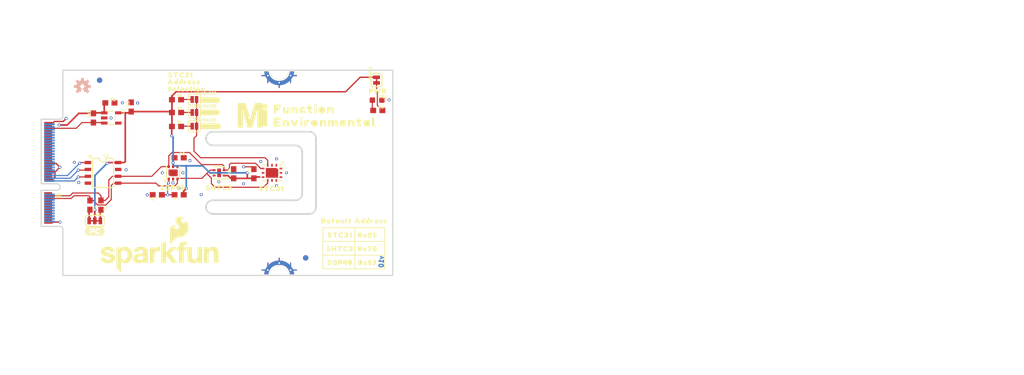
<source format=kicad_pcb>
(kicad_pcb (version 20211014) (generator pcbnew)
  (layers (0 "F.Cu" signal) (31 "B.Cu" signal) (34 "B.Paste" user) (35 "F.Paste" user) (36 "B.SilkS" user "B.Silkscreen") (37 "F.SilkS" user "F.Silkscreen") (38 "B.Mask" user) (39 "F.Mask" user) (44 "Edge.Cuts" user))
  (net 0 "")
  (net 1 "GND")
  (net 2 "3.3V")
  (net 3 "EN")
  (net 4 "VCC")
  (net 5 "N$10")
  (net 6 "N$1")
  (net 7 "SCL")
  (net 8 "SDA")
  (net 9 "ADDR")
  (net 10 "N$5")
  (net 11 "N$6")
  (net 12 "N$7")
  (net 13 "N$2")
  (net 14 "N$3")
  (net 15 "N$4")
  (net 16 "A0")
  (net 17 "A2")
  (net 18 "A1")
  (footprint "boardEagle:SELECTION40313506" (layer "F.Cu") (at 142.8743 89.4588)
    (fp_text reference "U$21" hide)
    (fp_text value "" hide)
  )
  (footprint "boardEagle:SGP40" (layer "F.Cu") (at 140.3851 105.0036 90)
    (fp_text reference "U1")
    (fp_text value "SGP40")
  )
  (footprint "boardEagle:STC313502" (layer "F.Cu") (at 158.6223 107.9246)
    (fp_text reference "U$22" hide)
    (fp_text value "" hide)
  )
  (footprint "boardEagle:SHTC3501" (layer "F.Cu") (at 148.9195 107.7722)
    (fp_text reference "U$12" hide)
    (fp_text value "" hide)
  )
  (footprint "boardEagle:SMT-JUMPER_2_NO_SILK" (layer "F.Cu") (at 144.3221 91.4146)
    (fp_text reference "UNK0X2C0")
    (fp_text value "JUMPER-SMT_2_NO_SILK")
  )
  (footprint "boardEagle:ADDRESS40313505" (layer "F.Cu") (at 142.4171 88.138)
    (fp_text reference "U$9" hide)
    (fp_text value "" hide)
  )
  (footprint "boardEagle:0603" (layer "F.Cu") (at 178.2311 93.4466)
    (fp_text reference "R3")
    (fp_text value "1k")
  )
  (footprint "boardEagle:MICROMOD_MI_LOGO_1" (layer "F.Cu") (at 155.1171 94.3356)
    (fp_text reference "U$7" hide)
    (fp_text value "" hide)
  )
  (footprint "boardEagle:0603" (layer "F.Cu") (at 132.6381 92.8116 90)
    (fp_text reference "C5")
    (fp_text value "1.0uF")
  )
  (footprint "boardEagle:0603" (layer "F.Cu") (at 141.0201 91.4654)
    (fp_text reference "R6")
    (fp_text value "1k")
  )
  (footprint "boardEagle:SHTC3" (layer "F.Cu") (at 148.8941 105.0036 180)
    (fp_text reference "U3")
    (fp_text value "SHTC3")
  )
  (footprint "boardEagle:FIDUCIAL-1X2" (layer "F.Cu") (at 126.7961 87.8586)
    (fp_text reference "FD1" hide)
    (fp_text value "FIDUCIAL1X2" hide)
  )
  (footprint "boardEagle:SFE_LOGO_NAME_FLAME_.2" (layer "F.Cu") (at 137.9721 120.4976)
    (fp_text reference "LOGO1" hide)
    (fp_text value "SFE_LOGO_NAME_FLAME.2_INCH" hide)
  )
  (footprint "boardEagle:SMT-JUMPER_2_NC_TRACE_SILK" (layer "F.Cu") (at 178.0025 87.8332 90)
    (fp_text reference "PWR\\0")
    (fp_text value "JUMPER-SMT_2_NC_TRACE_SILK")
  )
  (footprint "boardEagle:SHTC3501" (layer "F.Cu") (at 171.2715 119.0752)
    (fp_text reference "U$17" hide)
    (fp_text value "" hide)
  )
  (footprint "boardEagle:STC313502" (layer "F.Cu") (at 171.2715 116.5352)
    (fp_text reference "U$16" hide)
    (fp_text value "" hide)
  )
  (footprint "boardEagle:DEFAULT40313504" (layer "F.Cu") (at 170.6111 113.8936)
    (fp_text reference "U$14" hide)
    (fp_text value "" hide)
  )
  (footprint "boardEagle:M.2-CARD-E-22_FUNCTION_STANDARD" (layer "F.Cu") (at 116.0011 105.0036 -90)
    (fp_text reference "J1" hide)
    (fp_text value "MICROMOD_FUNCTION_STANDARD" hide)
    (fp_arc (start 19 -42.25) (mid 17.25 -44) (end 19 -45.75) (layer "Edge.Cuts") (width 0.0508))
    (fp_arc (start -19 -45.75) (mid -17.25 -44) (end -19 -42.25) (layer "Edge.Cuts") (width 0.0508))
  )
  (footprint "boardEagle:0603" (layer "F.Cu") (at 128.7011 92.0496)
    (fp_text reference "C6")
    (fp_text value "1.0uF")
  )
  (footprint "boardEagle:CREATIVE_COMMONS" (layer "F.Cu") (at 128.7011 141.8336)
    (fp_text reference "FRAME1" hide)
    (fp_text value "FRAME-LEDGER" hide)
  )
  (footprint "boardEagle:I2C" (layer "F.Cu") (at 124.0021 115.7986)
    (fp_text reference "U$8" hide)
    (fp_text value "" hide)
  )
  (footprint "boardEagle:0603" (layer "F.Cu") (at 141.0201 93.8276)
    (fp_text reference "R5")
    (fp_text value "3.3k")
  )
  (footprint "boardEagle:0603" (layer "F.Cu") (at 141.5027 109.0676 180)
    (fp_text reference "R7")
    (fp_text value "4.7")
  )
  (footprint "boardEagle:0603" (layer "F.Cu") (at 125.0181 110.9726 -90)
    (fp_text reference "R2")
    (fp_text value "4.7k")
  )
  (footprint "boardEagle:SMT-JUMPER_2_NO_SILK" (layer "F.Cu") (at 144.3221 93.8276)
    (fp_text reference "UNK0X2B0")
    (fp_text value "JUMPER-SMT_2_NO_SILK")
  )
  (footprint "boardEagle:#0X2B#21" (layer "F.Cu") (at 147.1161 93.8276)
    (fp_text reference "U$2" hide)
    (fp_text value "" hide)
  )
  (footprint "boardEagle:0X5940313520" (layer "F.Cu") (at 176.3515 121.6152)
    (fp_text reference "U$19" hide)
    (fp_text value "" hide)
  )
  (footprint "boardEagle:ENVIRONMENTAL526" (layer "F.Cu") (at 168.4521 95.6056)
    (fp_text reference "U$6" hide)
    (fp_text value "" hide)
  )
  (footprint "boardEagle:PWR321541" (layer "F.Cu") (at 178.2311 89.8906)
    (fp_text reference "U$4" hide)
    (fp_text value "" hide)
  )
  (footprint "boardEagle:0603" (layer "F.Cu") (at 141.5027 102.2096)
    (fp_text reference "C3")
    (fp_text value "0.1uF")
  )
  (footprint "boardEagle:0603" (layer "F.Cu") (at 141.0201 96.4184)
    (fp_text reference "R4")
    (fp_text value "10k")
  )
  (footprint "boardEagle:SGP40313503" (layer "F.Cu") (at 140.3343 107.7722)
    (fp_text reference "U$11" hide)
    (fp_text value "" hide)
  )
  (footprint "boardEagle:#0X2A#21" (layer "F.Cu") (at 147.2431 96.3676)
    (fp_text reference "U$1" hide)
    (fp_text value "" hide)
  )
  (footprint "boardEagle:STC313502" (layer "F.Cu") (at 141.8075 86.8934)
    (fp_text reference "U$13" hide)
    (fp_text value "" hide)
  )
  (footprint "boardEagle:0603" (layer "F.Cu") (at 137.4641 109.0676 180)
    (fp_text reference "C7")
    (fp_text value "1.0uF")
  )
  (footprint "boardEagle:SO08" (layer "F.Cu") (at 127.4311 105.0036 -90)
    (fp_text reference "U2")
    (fp_text value "EEPROM")
  )
  (footprint "boardEagle:SMT-JUMPER_2_NO_SILK" (layer "F.Cu") (at 144.3221 96.3676)
    (fp_text reference "UNK0X2A0")
    (fp_text value "JUMPER-SMT_2_NO_SILK")
  )
  (footprint "boardEagle:SMT-JUMPER_3_2-NC_TRACE_SILK" (layer "F.Cu") (at 125.9071 113.8936)
    (fp_text reference "JP1")
    (fp_text value "JUMPER-SMT_3_2-NC_TRACE_SILK")
  )
  (footprint "boardEagle:0X2940313520" (layer "F.Cu") (at 176.3515 116.5352)
    (fp_text reference "U$10" hide)
    (fp_text value "" hide)
  )
  (footprint "boardEagle:ORDERING_INSTRUCTIONS" (layer "F.Cu") (at 196.0111 73.2536)
    (fp_text reference "LOGO3" hide)
    (fp_text value "SPECIAL_INSTRUCTIONS-ORDERING" hide)
  )
  (footprint "boardEagle:STC31" (layer "F.Cu") (at 158.6731 105.0036 -90)
    (fp_text reference "U5")
    (fp_text value "STC31")
  )
  (footprint "boardEagle:0603" (layer "F.Cu") (at 151.5865 105.1687 90)
    (fp_text reference "C4")
    (fp_text value "0.1uF")
  )
  (footprint "boardEagle:SOT23-5" (layer "F.Cu") (at 128.9551 94.8436 -90)
    (fp_text reference "U4")
    (fp_text value "3.3V")
  )
  (footprint "boardEagle:SGP40313503" (layer "F.Cu") (at 171.2715 121.6152)
    (fp_text reference "U$18" hide)
    (fp_text value "" hide)
  )
  (footprint "boardEagle:FUNCTION524" (layer "F.Cu") (at 164.6421 93.1926)
    (fp_text reference "U$5" hide)
    (fp_text value "" hide)
  )
  (footprint "boardEagle:0603" (layer "F.Cu") (at 127.0501 110.9726 -90)
    (fp_text reference "R1")
    (fp_text value "4.7k")
  )
  (footprint "boardEagle:ADDRESS40313505" (layer "F.Cu") (at 176.9611 113.8936)
    (fp_text reference "U$15" hide)
    (fp_text value "" hide)
  )
  (footprint "boardEagle:FIDUCIAL-1X2" (layer "F.Cu") (at 164.8961 120.7516)
    (fp_text reference "FD4" hide)
    (fp_text value "FIDUCIAL1X2" hide)
  )
  (footprint "boardEagle:0X7040313520" (layer "F.Cu") (at 176.3515 119.0752)
    (fp_text reference "U$20" hide)
    (fp_text value "" hide)
  )
  (footprint "boardEagle:#0X2C#21" (layer "F.Cu") (at 147.1161 91.5416)
    (fp_text reference "U$3" hide)
    (fp_text value "" hide)
  )
  (footprint "boardEagle:LED-0603" (layer "F.Cu") (at 178.1041 91.5416)
    (fp_text reference "LED1")
    (fp_text value "RED")
  )
  (footprint "boardEagle:0603" (layer "F.Cu") (at 125.6531 94.8436 90)
    (fp_text reference "R12")
    (fp_text value "100k")
  )
  (footprint "boardEagle:0603" (layer "F.Cu") (at 155.3203 105.1687 90)
    (fp_text reference "C2")
    (fp_text value "1.0uF")
  )
  (footprint "boardEagle:OSHW-LOGO-S" (layer "B.Cu") (at 123.6211 89.0016 180)
    (fp_text reference "LOGO2" hide)
    (fp_text value "OSHW-LOGOS" hide)
  )
  (footprint "boardEagle:FIDUCIAL-1X2" (layer "B.Cu") (at 164.8961 120.7516 180)
    (fp_text reference "FD3" hide)
    (fp_text value "FIDUCIAL1X2" hide)
  )
  (footprint "boardEagle:FIDUCIAL-1X2" (layer "B.Cu") (at 126.7961 87.8586 180)
    (fp_text reference "FD2" hide)
    (fp_text value "FIDUCIAL1X2" hide)
  )
  (gr_line (start 168.0711 120.2436) (end 168.0711 117.7036) (layer "F.SilkS") (width 0.1524))
  (gr_line (start 168.0711 120.2436) (end 179.5011 120.2436) (layer "F.SilkS") (width 0.1524))
  (gr_line (start 168.0711 117.7036) (end 179.5011 117.7036) (layer "F.SilkS") (width 0.1524))
  (gr_line (start 168.0711 115.1636) (end 173.9639 115.1636) (layer "F.SilkS") (width 0.1524))
  (gr_line (start 173.9639 115.1636) (end 173.9639 122.7836) (layer "F.SilkS") (width 0.1524))
  (gr_line (start 168.0711 122.7836) (end 168.0711 120.2436) (layer "F.SilkS") (width 0.1524))
  (gr_line (start 173.9639 122.7836) (end 168.0711 122.7836) (layer "F.SilkS") (width 0.1524))
  (gr_line (start 179.5011 122.7836) (end 173.9639 122.7836) (layer "F.SilkS") (width 0.1524))
  (gr_line (start 179.5011 120.2436) (end 179.5011 122.7836) (layer "F.SilkS") (width 0.1524))
  (gr_line (start 168.0711 117.7036) (end 168.0711 115.1636) (layer "F.SilkS") (width 0.1524))
  (gr_line (start 173.9639 115.1636) (end 179.5011 115.1636) (layer "F.SilkS") (width 0.1524))
  (gr_line (start 179.5011 117.7036) (end 179.5011 120.2436) (layer "F.SilkS") (width 0.1524))
  (gr_line (start 179.5011 115.1636) (end 179.5011 117.7036) (layer "F.SilkS") (width 0.1524))
  (gr_line (start 120.0011 124.0036) (end 181.0011 124.0036) (layer "Edge.Cuts") (width 0.2032))
  (gr_line (start 166.8011 111.3536) (end 166.8011 98.6536) (layer "Edge.Cuts") (width 0.3048))
  (gr_line (start 118.9011 108.2286) (end 116.0011 108.2286) (layer "Edge.Cuts") (width 0.2032))
  (gr_line (start 147.7511 99.9236) (end 162.9911 99.9236) (layer "Edge.Cuts") (width 0.3048))
  (gr_line (start 162.9911 110.0836) (end 147.7511 110.0836) (layer "Edge.Cuts") (width 0.3048))
  (gr_arc (start 147.7511 112.6236) (mid 146.853074 112.251626) (end 146.4811 111.3536) (layer "Edge.Cuts") (width 0.3048))
  (gr_arc (start 146.4811 98.6536) (mid 146.853074 97.755574) (end 147.7511 97.3836) (layer "Edge.Cuts") (width 0.3048))
  (gr_line (start 120.0011 86.0036) (end 181.0011 86.0036) (layer "Edge.Cuts") (width 0.2032))
  (gr_line (start 164.2611 101.1936) (end 164.2611 108.8136) (layer "Edge.Cuts") (width 0.3048))
  (gr_arc (start 164.2611 108.8136) (mid 163.889126 109.711626) (end 162.9911 110.0836) (layer "Edge.Cuts") (width 0.3048))
  (gr_arc (start 146.4811 111.3536) (mid 146.853074 110.455574) (end 147.7511 110.0836) (layer "Edge.Cuts") (width 0.3048))
  (gr_arc (start 162.9911 99.9236) (mid 163.889126 100.295574) (end 164.2611 101.1936) (layer "Edge.Cuts") (width 0.3048))
  (gr_line (start 120.0011 94.6036) (end 120.0011 86.0036) (layer "Edge.Cuts") (width 0.2032))
  (gr_arc (start 119.501099 114.9286) (mid 119.843398 115.068944) (end 120.0011 115.4036) (layer "Edge.Cuts") (width 0.2032))
  (gr_arc (start 118.9011 107.0286) (mid 119.5011 107.6286) (end 118.9011 108.2286) (layer "Edge.Cuts") (width 0.2032))
  (gr_line (start 147.7511 112.6236) (end 165.5311 112.6236) (layer "Edge.Cuts") (width 0.3048))
  (gr_arc (start 166.8011 111.3536) (mid 166.429126 112.251626) (end 165.5311 112.6236) (layer "Edge.Cuts") (width 0.3048))
  (gr_line (start 181.0011 86.0036) (end 181.0011 124.0036) (layer "Edge.Cuts") (width 0.2032))
  (gr_arc (start 147.7511 99.9236) (mid 146.853074 99.551626) (end 146.4811 98.6536) (layer "Edge.Cuts") (width 0.3048))
  (gr_arc (start 165.5311 97.3836) (mid 166.429126 97.755574) (end 166.8011 98.6536) (layer "Edge.Cuts") (width 0.3048))
  (gr_line (start 118.9011 107.0286) (end 116.0011 107.0286) (layer "Edge.Cuts") (width 0.2032))
  (gr_arc (start 120.0011 94.6036) (mid 119.842054 94.936841) (end 119.5011 95.0786) (layer "Edge.Cuts") (width 0.2032))
  (gr_line (start 116.0011 114.9286) (end 116.0011 108.2286) (layer "Edge.Cuts") (width 0.2032))
  (gr_line (start 119.5011 114.9286) (end 116.0011 114.9286) (layer "Edge.Cuts") (width 0.2032))
  (gr_line (start 116.0011 107.0286) (end 116.0011 95.0786) (layer "Edge.Cuts") (width 0.2032))
  (gr_line (start 116.0011 95.0786) (end 119.5011 95.0786) (layer "Edge.Cuts") (width 0.2032))
  (gr_line (start 120.0011 115.4036) (end 120.0011 124.0036) (layer "Edge.Cuts") (width 0.2032))
  (gr_line (start 165.5311 97.3836) (end 147.7511 97.3836) (layer "Edge.Cuts") (width 0.3048))
  (gr_text "v10" (at 179.3741 120.2436 -270) (layer "B.Cu") (effects (font (size 0.8128 0.8128) (thickness 0.2032)) (justify left bottom mirror)))
  (segment (start 118.4291 95.4896) (end 118.1651 95.7536) (width 0.254) (layer "F.Cu") (net 1))
  (segment (start 162.1011 87.0036) (end 162.1011 87.100025) (width 0.2032) (layer "F.Cu") (net 1))
  (segment (start 118.5411 104.7536) (end 118.6641 104.7536) (width 0.254) (layer "F.Cu") (net 1))
  (segment (start 117.2761 104.7536) (end 118.5411 104.7536) (width 0.254) (layer "F.Cu") (net 1))
  (segment (start 160.8011 121.7036) (end 160.0011 121.7036) (width 0.2032) (layer "F.Cu") (net 1))
  (segment (start 118.12735 114.2334) (end 118.23855 114.1222) (width 0.254) (layer "F.Cu") (net 1))
  (segment (start 117.2761 95.7536) (end 118.1651 95.7536) (width 0.254) (layer "F.Cu") (net 1))
  (segment (start 118.12735 106.2334) (end 118.5411 105.81965) (width 0.254) (layer "F.Cu") (net 1))
  (segment (start 117.2761 106.2536) (end 117.2963 106.2334) (width 0.254) (layer "F.Cu") (net 1))
  (segment (start 117.2761 114.2536) (end 117.2963 114.2334) (width 0.254) (layer "F.Cu") (net 1))
  (segment (start 118.5411 105.81965) (end 118.5411 104.7536) (width 0.254) (layer "F.Cu") (net 1))
  (segment (start 162.1011 87.100025) (end 160.928131 88.272994) (width 0.2032) (layer "F.Cu") (net 1))
  (segment (start 160.0011 88.3036) (end 159.2011 88.3036) (width 0.2032) (layer "F.Cu") (net 1))
  (segment (start 159.2011 88.3036) (end 157.9011 87.0036) (width 0.2032) (layer "F.Cu") (net 1))
  (segment (start 117.2761 103.2536) (end 118.7469 103.2536) (width 0.254) (layer "F.Cu") (net 1))
  (segment (start 155.3203 104.3187) (end 154.8876 103.886) (width 0.2032) (layer "F.Cu") (net 1))
  (segment (start 118.6641 104.7536) (end 119.4555 103.9622) (width 0.254) (layer "F.Cu") (net 1))
  (segment (start 154.8876 103.886) (end 153.4407 103.886) (width 0.2032) (layer "F.Cu") (net 1))
  (segment (start 160.0011 88.3036) (end 160.031706 88.272994) (width 0.2032) (layer "F.Cu") (net 1))
  (segment (start 117.2963 114.2334) (end 118.12735 114.2334) (width 0.254) (layer "F.Cu") (net 1))
  (segment (start 162.1011 123.0036) (end 160.8011 121.7036) (width 0.2032) (layer "F.Cu") (net 1))
  (segment (start 159.2011 121.7036) (end 160.0011 121.7036) (width 0.2032) (layer "F.Cu") (net 1))
  (segment (start 120.0541 95.4896) (end 120.5985 94.9452) (width 0.254) (layer "F.Cu") (net 1))
  (segment (start 118.7469 103.2536) (end 119.4555 103.9622) (width 0.254) (layer "F.Cu") (net 1))
  (segment (start 117.2963 106.2334) (end 118.12735 106.2334) (width 0.254) (layer "F.Cu") (net 1))
  (segment (start 157.9011 123.0036) (end 159.2011 121.7036) (width 0.2032) (layer "F.Cu") (net 1))
  (segment (start 118.4291 95.4896) (end 120.0541 95.4896) (width 0.254) (layer "F.Cu") (net 1))
  (segment (start 118.23855 114.1222) (end 119.4555 114.1222) (width 0.254) (layer "F.Cu") (net 1))
  (segment (start 160.031706 88.272994) (end 160.928131 88.272994) (width 0.2032) (layer "F.Cu") (net 1))
  (via (at 135.6099 109.093) (size 0.5588) (drill 0.3048) (layers "F.Cu" "B.Cu") (net 1))
  (via (at 140.3597 106.8578) (size 0.5588) (drill 0.3048) (layers "F.Cu" "B.Cu") (net 1))
  (via (at 153.4153 107.0356) (size 0.5588) (drill 0.3048) (layers "F.Cu" "B.Cu") (net 1))
  (via (at 145.5921 109.0422) (size 0.5588) (drill 0.3048) (layers "F.Cu" "B.Cu") (net 1))
  (via (at 119.4555 114.1222) (size 0.5588) (drill 0.3048) (layers "F.Cu" "B.Cu") (net 1))
  (via (at 161.3401 104.9782) (size 0.5588) (drill 0.3048) (layers "F.Cu" "B.Cu") (net 1))
  (via (at 142.1885 105.0036) (size 0.5588) (drill 0.3048) (layers "F.Cu" "B.Cu") (net 1))
  (via (at 153.4407 103.886) (size 0.5588) (drill 0.3048) (layers "F.Cu" "B.Cu") (net 1))
  (via (at 131.6983 104.4448) (size 0.5588) (drill 0.3048) (layers "F.Cu" "B.Cu") (net 1))
  (via (at 148.8433 106.6546) (size 0.5588) (drill 0.3048) (layers "F.Cu" "B.Cu") (net 1))
  (via (at 180.3139 91.4908) (size 0.5588) (drill 0.3048) (layers "F.Cu" "B.Cu") (net 1))
  (via (at 138.4039 105.0036) (size 0.5588) (drill 0.3048) (layers "F.Cu" "B.Cu") (net 1))
  (via (at 122.1225 103.0732) (size 0.5588) (drill 0.3048) (layers "F.Cu" "B.Cu") (net 1))
  (via (at 119.4555 103.9622) (size 0.5588) (drill 0.3048) (layers "F.Cu" "B.Cu") (net 1))
  (via (at 141.4265 107.8738) (size 0.5588) (drill 0.3048) (layers "F.Cu" "B.Cu") (net 1))
  (via (at 122.9353 106.7816) (size 0.5588) (drill 0.3048) (layers "F.Cu" "B.Cu") (net 1))
  (via (at 159.5113 107.3912) (size 0.5588) (drill 0.3048) (layers "F.Cu" "B.Cu") (net 1))
  (via (at 156.5903 102.8954) (size 0.5588) (drill 0.3048) (layers "F.Cu" "B.Cu") (net 1))
  (via (at 131.0125 92.0242) (size 0.5588) (drill 0.3048) (layers "F.Cu" "B.Cu") (net 1))
  (via (at 128.9297 94.8436) (size 0.5588) (drill 0.3048) (layers "F.Cu" "B.Cu") (net 1))
  (via (at 143.5093 102.7176) (size 0.5588) (drill 0.3048) (layers "F.Cu" "B.Cu") (net 1))
  (via (at 133.8319 92.075) (size 0.5588) (drill 0.3048) (layers "F.Cu" "B.Cu") (net 1))
  (via (at 120.5985 94.9452) (size 0.5588) (drill 0.3048) (layers "F.Cu" "B.Cu") (net 1))
  (via (at 159.5113 102.4128) (size 0.5588) (drill 0.3048) (layers "F.Cu" "B.Cu") (net 1))
  (segment (start 155.3203 106.0187) (end 155.5734 105.7656) (width 0.3048) (layer "F.Cu") (net 2))
  (segment (start 140.1311 98.1456) (end 140.1311 96.4574) (width 0.3048) (layer "F.Cu") (net 2))
  (segment (start 174.9672 87.3125) (end 172.2875 89.9922) (width 0.254) (layer "F.Cu") (net 2))
  (segment (start 128.3201 103.0986) (end 130.2311 103.0986) (width 0.3048) (layer "F.Cu") (net 2))
  (segment (start 140.3851 103.124) (end 140.3851 103.8536) (width 0.3048) (layer "F.Cu") (net 2))
  (segment (start 140.1701 93.5346) (end 140.0236 93.6811) (width 0.3048) (layer "F.Cu") (net 2))
  (segment (start 125.9071 111.879) (end 125.9245 111.8616) (width 0.3048) (layer "F.Cu") (net 2))
  (segment (start 140.3851 102.4772) (end 140.3851 103.124) (width 0.3048) (layer "F.Cu") (net 2))
  (segment (start 140.1701 91.4654) (end 140.1701 90.766) (width 0.3048) (layer "F.Cu") (net 2))
  (segment (start 140.1701 91.4654) (end 140.1701 93.5346) (width 0.3048) (layer "F.Cu") (net 2))
  (segment (start 125.9071 113.8936) (end 125.9071 111.879) (width 0.3048) (layer "F.Cu") (net 2))
  (segment (start 140.1701 96.4184) (end 140.1701 93.8276) (width 0.3048) (layer "F.Cu") (net 2))
  (segment (start 131.5459 93.8936) (end 131.5459 102.9208) (width 0.3048) (layer "F.Cu") (net 2))
  (segment (start 140.0236 93.6811) (end 140.1701 93.8276) (width 0.3048) (layer "F.Cu") (net 2))
  (segment (start 154.1011 106.0187) (end 154.1011 105.0036) (width 0.3048) (layer "F.Cu") (net 2))
  (segment (start 140.0041 93.6616) (end 140.0236 93.6811) (width 0.3048) (layer "F.Cu") (net 2))
  (segment (start 155.3203 106.0187) (end 154.1011 106.0187) (width 0.3048) (layer "F.Cu") (net 2))
  (segment (start 132.6381 93.6616) (end 140.0041 93.6616) (width 0.3048) (layer "F.Cu") (net 2))
  (segment (start 131.5459 102.9208) (end 131.3681 103.0986) (width 0.3048) (layer "F.Cu") (net 2))
  (segment (start 155.5734 105.7656) (end 156.3871 105.7656) (width 0.3048) (layer "F.Cu") (net 2))
  (segment (start 140.9439 89.9922) (end 172.2875 89.9922) (width 0.254) (layer "F.Cu") (net 2))
  (segment (start 132.4061 93.8936) (end 132.6381 93.6616) (width 0.3048) (layer "F.Cu") (net 2))
  (segment (start 131.5459 93.8936) (end 132.4061 93.8936) (width 0.3048) (layer "F.Cu") (net 2))
  (segment (start 150.5371 105.5036) (end 149.8191 105.5036) (width 0.3048) (layer "F.Cu") (net 2))
  (segment (start 140.1311 96.4574) (end 140.1701 96.4184) (width 0.3048) (layer "F.Cu") (net 2))
  (segment (start 154.1011 106.0314) (end 151.5992 106.0314) (width 0.3048) (layer "F.Cu") (net 2))
  (segment (start 142.3527 109.0676) (end 142.3527 108.37) (width 0.3048) (layer "F.Cu") (net 2))
  (segment (start 128.1931 103.2256) (end 128.3201 103.0986) (width 0.3048) (layer "F.Cu") (net 2))
  (segment (start 154.1011 106.0314) (end 154.1011 106.0187) (width 0.3048) (layer "F.Cu") (net 2))
  (segment (start 151.5992 106.0314) (end 151.5865 106.0187) (width 0.3048) (layer "F.Cu") (net 2))
  (segment (start 140.1701 90.766) (end 140.9439 89.9922) (width 0.3048) (layer "F.Cu") (net 2))
  (segment (start 142.3527 108.37) (end 142.8235 107.8992) (width 0.3048) (layer "F.Cu") (net 2))
  (segment (start 140.6527 102.2096) (end 140.3851 102.4772) (width 0.3048) (layer "F.Cu") (net 2))
  (segment (start 151.5865 106.0187) (end 151.0522 106.0187) (width 0.3048) (layer "F.Cu") (net 2))
  (segment (start 151.0522 106.0187) (end 150.5371 105.5036) (width 0.3048) (layer "F.Cu") (net 2))
  (segment (start 178.0025 87.3125) (end 174.9672 87.3125) (width 0.254) (layer "F.Cu") (net 2))
  (segment (start 131.3681 103.0986) (end 130.2311 103.0986) (width 0.3048) (layer "F.Cu") (net 2))
  (segment (start 130.2552 93.8936) (end 131.5459 93.8936) (width 0.3048) (layer "F.Cu") (net 2))
  (via (at 140.1311 98.1456) (size 0.5588) (drill 0.3048) (layers "F.Cu" "B.Cu") (net 2))
  (via (at 142.8235 107.8992) (size 0.5588) (drill 0.3048) (layers "F.Cu" "B.Cu") (net 2))
  (via (at 154.1011 105.0036) (size 0.5588) (drill 0.3048) (layers "F.Cu" "B.Cu") (net 2))
  (via (at 125.9245 111.8616) (size 0.5588) (drill 0.3048) (layers "F.Cu" "B.Cu") (net 2))
  (via (at 128.1931 103.2256) (size 0.5588) (drill 0.3048) (layers "F.Cu" "B.Cu") (net 2))
  (via (at 140.3851 103.124) (size 0.5588) (drill 0.3048) (layers "F.Cu" "B.Cu") (net 2))
  (segment (start 142.8235 103.7082) (end 140.6137 103.7082) (width 0.3048) (layer "B.Cu") (net 2))
  (segment (start 142.8235 107.8992) (end 142.8235 103.7082) (width 0.3048) (layer "B.Cu") (net 2))
  (segment (start 140.6137 103.7082) (end 140.3851 103.4796) (width 0.3048) (layer "B.Cu") (net 2))
  (segment (start 145.8715 103.7082) (end 142.8235 103.7082) (width 0.3048) (layer "B.Cu") (net 2))
  (segment (start 154.1011 105.0036) (end 147.1669 105.0036) (width 0.3048) (layer "B.Cu") (net 2))
  (segment (start 140.1311 98.1456) (end 140.3851 98.3996) (width 0.3048) (layer "B.Cu") (net 2))
  (segment (start 140.3851 98.3996) (end 140.3851 103.124) (width 0.3048) (layer "B.Cu") (net 2))
  (segment (start 125.9245 105.4942) (end 128.1931 103.2256) (width 0.3048) (layer "B.Cu") (net 2))
  (segment (start 140.3851 103.124) (end 140.3851 103.4796) (width 0.3048) (layer "B.Cu") (net 2))
  (segment (start 145.8715 103.7082) (end 147.1669 105.0036) (width 0.3048) (layer "B.Cu") (net 2))
  (segment (start 125.9245 111.8616) (end 125.9245 105.4942) (width 0.3048) (layer "B.Cu") (net 2))
  (segment (start 127.555 95.6936) (end 127.655 95.7936) (width 0.2032) (layer "F.Cu") (net 3))
  (segment (start 123.5331 95.6936) (end 125.6531 95.6936) (width 0.2032) (layer "F.Cu") (net 3))
  (segment (start 122.4731 96.7536) (end 123.5331 95.6936) (width 0.2032) (layer "F.Cu") (net 3))
  (segment (start 117.2761 96.7536) (end 122.4731 96.7536) (width 0.2032) (layer "F.Cu") (net 3))
  (segment (start 125.6531 95.6936) (end 127.555 95.6936) (width 0.2032) (layer "F.Cu") (net 3))
  (segment (start 127.655 92.2457) (end 127.8511 92.0496) (width 0.3048) (layer "F.Cu") (net 4))
  (segment (start 122.9471 93.9936) (end 120.8017 96.139) (width 0.3048) (layer "F.Cu") (net 4))
  (segment (start 125.6531 93.9936) (end 122.9471 93.9936) (width 0.3048) (layer "F.Cu") (net 4))
  (segment (start 127.655 93.8936) (end 127.655 92.2457) (width 0.3048) (layer "F.Cu") (net 4))
  (segment (start 125.6531 93.9936) (end 125.7531 93.8936) (width 0.3048) (layer "F.Cu") (net 4))
  (segment (start 125.7531 93.8936) (end 127.655 93.8936) (width 0.3048) (layer "F.Cu") (net 4))
  (segment (start 120.8017 96.139) (end 119.3285 96.139) (width 0.3048) (layer "F.Cu") (net 4))
  (via (at 119.3285 96.139) (size 0.5588) (drill 0.3048) (layers "F.Cu" "B.Cu") (net 4))
  (segment (start 177.3811 93.4466) (end 177.2271 93.2926) (width 0.2032) (layer "F.Cu") (net 5))
  (segment (start 177.2271 93.2926) (end 177.2271 91.5416) (width 0.2032) (layer "F.Cu") (net 5))
  (segment (start 179.0811 93.4466) (end 178.1549 92.5204) (width 0.2032) (layer "F.Cu") (net 6))
  (segment (start 178.0025 89.3572) (end 178.0025 88.3539) (width 0.2032) (layer "F.Cu") (net 6))
  (segment (start 178.1549 89.5096) (end 178.0025 89.3572) (width 0.2032) (layer "F.Cu") (net 6))
  (segment (start 178.1549 92.5204) (end 178.1549 89.5096) (width 0.2032) (layer "F.Cu") (net 6))
  (segment (start 155.6251 103.2256) (end 151.0531 103.2256) (width 0.2032) (layer "F.Cu") (net 7))
  (segment (start 140.193812 101.2444) (end 143.4077 101.2444) (width 0.2032) (layer "F.Cu") (net 7))
  (segment (start 121.3097 109.2536) (end 121.8259 108.7374) (width 0.2032) (layer "F.Cu") (net 7))
  (segment (start 138.2331 103.8536) (end 136.4481 105.6386) (width 0.2032) (layer "F.Cu") (net 7))
  (segment (start 150.7991 104.14) (end 150.7991 103.4796) (width 0.2032) (layer "F.Cu") (net 7))
  (segment (start 128.4979 109.4486) (end 127.8239 110.1226) (width 0.2032) (layer "F.Cu") (net 7))
  (segment (start 157.0231 104.2036) (end 156.6031 104.2036) (width 0.2032) (layer "F.Cu") (net 7))
  (segment (start 136.4481 105.6386) (end 130.2311 105.6386) (width 0.2032) (layer "F.Cu") (net 7))
  (segment (start 127.0501 109.2454) (end 127.0501 110.1226) (width 0.2032) (layer "F.Cu") (net 7))
  (segment (start 139.5851 101.853113) (end 140.193812 101.2444) (width 0.2032) (layer "F.Cu") (net 7))
  (segment (start 117.2761 109.2536) (end 121.3097 109.2536) (width 0.2032) (layer "F.Cu") (net 7))
  (segment (start 143.4077 101.2444) (end 145.6429 103.4796) (width 0.2032) (layer "F.Cu") (net 7))
  (segment (start 149.7831 103.7336) (end 149.5291 103.4796) (width 0.2032) (layer "F.Cu") (net 7))
  (segment (start 149.8191 104.5036) (end 150.4355 104.5036) (width 0.2032) (layer "F.Cu") (net 7))
  (segment (start 129.1837 105.6386) (end 130.2311 105.6386) (width 0.2032) (layer "F.Cu") (net 7))
  (segment (start 121.8259 108.7374) (end 126.5421 108.7374) (width 0.2032) (layer "F.Cu") (net 7))
  (segment (start 150.4355 104.5036) (end 150.7991 104.14) (width 0.2032) (layer "F.Cu") (net 7))
  (segment (start 126.5421 108.7374) (end 127.0501 109.2454) (width 0.2032) (layer "F.Cu") (net 7))
  (segment (start 156.6031 104.2036) (end 155.6251 103.2256) (width 0.2032) (layer "F.Cu") (net 7))
  (segment (start 128.4979 109.4486) (end 128.4979 106.3244) (width 0.2032) (layer "F.Cu") (net 7))
  (segment (start 139.5851 103.8536) (end 138.2331 103.8536) (width 0.2032) (layer "F.Cu") (net 7))
  (segment (start 149.8191 104.5036) (end 149.7831 104.4676) (width 0.2032) (layer "F.Cu") (net 7))
  (segment (start 149.5291 103.4796) (end 145.6429 103.4796) (width 0.2032) (layer "F.Cu") (net 7))
  (segment (start 139.5851 103.8536) (end 139.5851 101.853113) (width 0.2032) (layer "F.Cu") (net 7))
  (segment (start 128.4979 106.3244) (end 129.1837 105.6386) (width 0.2032) (layer "F.Cu") (net 7))
  (segment (start 127.0501 110.1226) (end 127.8239 110.1226) (width 0.2032) (layer "F.Cu") (net 7))
  (segment (start 149.7831 104.4676) (end 149.7831 103.7336) (width 0.2032) (layer "F.Cu") (net 7))
  (segment (start 151.0531 103.2256) (end 150.7991 103.4796) (width 0.2032) (layer "F.Cu") (net 7))
  (segment (start 126.434368 110.952) (end 127.9391 110.952) (width 0.2032) (layer "F.Cu") (net 8))
  (segment (start 127.9391 110.952) (end 128.9551 109.936) (width 0.2032) (layer "F.Cu") (net 8))
  (segment (start 130.2311 106.9086) (end 137.2101 106.9086) (width 0.2032) (layer "F.Cu") (net 8))
  (segment (start 121.5385 109.7536) (end 117.2761 109.7536) (width 0.2032) (layer "F.Cu") (net 8))
  (segment (start 141.1851 106.9214) (end 141.1851 106.1536) (width 0.2032) (layer "F.Cu") (net 8))
  (segment (start 140.6899 107.4166) (end 141.1851 106.9214) (width 0.2032) (layer "F.Cu") (net 8))
  (segment (start 147.4655 107.004) (end 147.4655 105.988) (width 0.2032) (layer "F.Cu") (net 8))
  (segment (start 125.0181 109.4486) (end 124.8149 109.2454) (width 0.2032) (layer "F.Cu") (net 8))
  (segment (start 148.1321 107.6706) (end 147.4655 107.004) (width 0.2032) (layer "F.Cu") (net 8))
  (segment (start 147.2351 104.5036) (end 147.9691 104.5036) (width 0.2032) (layer "F.Cu") (net 8))
  (segment (start 157.1141 107.6706) (end 148.1321 107.6706) (width 0.2032) (layer "F.Cu") (net 8))
  (segment (start 137.7181 107.4166) (end 140.6899 107.4166) (width 0.2032) (layer "F.Cu") (net 8))
  (segment (start 125.0181 110.1226) (end 125.604968 110.1226) (width 0.2032) (layer "F.Cu") (net 8))
  (segment (start 122.0467 109.2454) (end 121.5385 109.7536) (width 0.2032) (layer "F.Cu") (net 8))
  (segment (start 125.0181 110.1226) (end 125.0181 109.4486) (width 0.2032) (layer "F.Cu") (net 8))
  (segment (start 129.3869 106.9086) (end 130.2311 106.9086) (width 0.2032) (layer "F.Cu") (net 8))
  (segment (start 128.9551 107.3404) (end 129.3869 106.9086) (width 0.2032) (layer "F.Cu") (net 8))
  (segment (start 137.2101 106.9086) (end 137.7181 107.4166) (width 0.2032) (layer "F.Cu") (net 8))
  (segment (start 146.6081 105.1306) (end 147.2351 104.5036) (width 0.2032) (layer "F.Cu") (net 8))
  (segment (start 157.8731 106.9116) (end 157.1141 107.6706) (width 0.2032) (layer "F.Cu") (net 8))
  (segment (start 141.1851 106.1536) (end 141.3191 106.0196) (width 0.2032) (layer "F.Cu") (net 8))
  (segment (start 125.604968 110.1226) (end 126.434368 110.952) (width 0.2032) (layer "F.Cu") (net 8))
  (segment (start 147.4655 105.988) (end 146.6081 105.1306) (width 0.2032) (layer "F.Cu") (net 8))
  (segment (start 128.9551 109.936) (end 128.9551 107.3404) (width 0.2032) (layer "F.Cu") (net 8))
  (segment (start 124.8149 109.2454) (end 122.0467 109.2454) (width 0.2032) (layer "F.Cu") (net 8))
  (segment (start 157.8731 106.4036) (end 157.8731 106.9116) (width 0.2032) (layer "F.Cu") (net 8))
  (segment (start 145.7191 106.0196) (end 146.6081 105.1306) (width 0.2032) (layer "F.Cu") (net 8))
  (segment (start 141.3191 106.0196) (end 145.7191 106.0196) (width 0.2032) (layer "F.Cu") (net 8))
  (segment (start 144.7285 91.4146) (end 144.7285 93.8276) (width 0.2032) (layer "F.Cu") (net 9))
  (segment (start 157.4031 102.2096) (end 145.4651 102.2096) (width 0.2032) (layer "F.Cu") (net 9))
  (segment (start 144.7285 96.3676) (end 144.7285 93.8276) (width 0.2032) (layer "F.Cu") (net 9))
  (segment (start 145.4651 102.2096) (end 144.2459 100.9904) (width 0.2032) (layer "F.Cu") (net 9))
  (segment (start 157.8731 103.6036) (end 157.8731 102.6796) (width 0.2032) (layer "F.Cu") (net 9))
  (segment (start 144.7285 98.1202) (end 144.7285 96.3676) (width 0.2032) (layer "F.Cu") (net 9))
  (segment (start 157.8731 102.6796) (end 157.4031 102.2096) (width 0.2032) (layer "F.Cu") (net 9))
  (segment (start 144.2459 100.9904) (end 144.2459 98.6028) (width 0.2032) (layer "F.Cu") (net 9))
  (segment (start 144.2459 98.6028) (end 144.7285 98.1202) (width 0.2032) (layer "F.Cu") (net 9))
  (segment (start 141.8701 96.4184) (end 141.9209 96.3676) (width 0.2032) (layer "F.Cu") (net 10))
  (segment (start 141.9209 96.3676) (end 143.9157 96.3676) (width 0.2032) (layer "F.Cu") (net 10))
  (segment (start 143.9157 93.8276) (end 141.8701 93.8276) (width 0.2032) (layer "F.Cu") (net 11))
  (segment (start 141.9209 91.4146) (end 141.8701 91.4654) (width 0.2032) (layer "F.Cu") (net 12))
  (segment (start 143.9157 91.4146) (end 141.9209 91.4146) (width 0.2032) (layer "F.Cu") (net 12))
  (segment (start 139.5851 106.8196) (end 139.5469 106.8578) (width 0.2032) (layer "F.Cu") (net 13))
  (segment (start 139.3691 109.0676) (end 138.3141 109.0676) (width 0.2032) (layer "F.Cu") (net 13))
  (segment (start 139.5851 106.1536) (end 139.5851 106.8196) (width 0.2032) (layer "F.Cu") (net 13))
  (segment (start 139.3691 109.0676) (end 140.6527 109.0676) (width 0.2032) (layer "F.Cu") (net 13))
  (via (at 139.5469 106.8578) (size 0.5588) (drill 0.3048) (layers "F.Cu" "B.Cu") (net 13))
  (via (at 139.3691 109.0676) (size 0.5588) (drill 0.3048) (layers "F.Cu" "B.Cu") (net 13))
  (segment (start 139.3691 107.0356) (end 139.3691 109.0676) (width 0.2032) (layer "B.Cu") (net 13))
  (segment (start 139.5469 106.8578) (end 139.3691 107.0356) (width 0.2032) (layer "B.Cu") (net 13))
  (segment (start 126.9485 111.9242) (end 127.0501 111.8226) (width 0.3048) (layer "F.Cu") (net 14))
  (segment (start 126.9485 113.8936) (end 126.9485 111.9242) (width 0.3048) (layer "F.Cu") (net 14))
  (segment (start 124.8657 111.975) (end 125.0181 111.8226) (width 0.3048) (layer "F.Cu") (net 15))
  (segment (start 124.8657 113.8936) (end 124.8657 111.975) (width 0.3048) (layer "F.Cu") (net 15))
  (segment (start 123.2401 103.0986) (end 124.6311 103.0986) (width 0.2032) (layer "F.Cu") (net 16))
  (segment (start 123.1131 103.2256) (end 123.2401 103.0986) (width 0.2032) (layer "F.Cu") (net 16))
  (via (at 123.1131 103.2256) (size 0.5588) (drill 0.3048) (layers "F.Cu" "B.Cu") (net 16))
  (segment (start 120.8351 105.5036) (end 123.1131 103.2256) (width 0.2032) (layer "B.Cu") (net 16))
  (segment (start 117.5261 105.5036) (end 120.8351 105.5036) (width 0.2032) (layer "B.Cu") (net 16))
  (segment (start 124.5041 105.7656) (end 124.6311 105.6386) (width 0.2032) (layer "F.Cu") (net 17))
  (segment (start 122.8591 105.7656) (end 124.5041 105.7656) (width 0.2032) (layer "F.Cu") (net 17))
  (via (at 122.8591 105.7656) (size 0.5588) (drill 0.3048) (layers "F.Cu" "B.Cu") (net 17))
  (segment (start 117.5261 106.5036) (end 122.1211 106.5036) (width 0.2032) (layer "B.Cu") (net 17))
  (segment (start 122.1211 106.5036) (end 122.8591 105.7656) (width 0.2032) (layer "B.Cu") (net 17))
  (segment (start 122.8591 104.4956) (end 124.5041 104.4956) (width 0.2032) (layer "F.Cu") (net 18))
  (segment (start 124.5041 104.4956) (end 124.6311 104.3686) (width 0.2032) (layer "F.Cu") (net 18))
  (via (at 122.8591 104.4956) (size 0.5588) (drill 0.3048) (layers "F.Cu" "B.Cu") (net 18))
  (segment (start 121.3511 106.0036) (end 122.8591 104.4956) (width 0.2032) (layer "B.Cu") (net 18))
  (segment (start 117.5261 106.0036) (end 121.3511 106.0036) (width 0.2032) (layer "B.Cu") (net 18))
)
</source>
